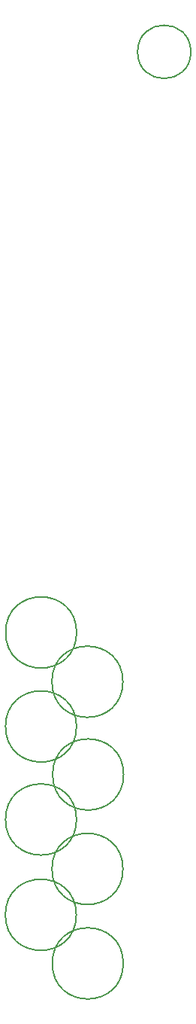
<source format=gbr>
%TF.GenerationSoftware,KiCad,Pcbnew,6.0.2+dfsg-1*%
%TF.CreationDate,2023-09-10T17:25:56+01:00*%
%TF.ProjectId,fr4panel,66723470-616e-4656-9c2e-6b696361645f,rev?*%
%TF.SameCoordinates,Original*%
%TF.FileFunction,Other,Comment*%
%FSLAX46Y46*%
G04 Gerber Fmt 4.6, Leading zero omitted, Abs format (unit mm)*
G04 Created by KiCad (PCBNEW 6.0.2+dfsg-1) date 2023-09-10 17:25:56*
%MOMM*%
%LPD*%
G01*
G04 APERTURE LIST*
%ADD10C,0.150000*%
G04 APERTURE END LIST*
D10*
%TO.C,REF\u002A\u002A*%
X151370000Y-137490000D02*
G75*
G03*
X151370000Y-137490000I-4000000J0D01*
G01*
X146100000Y-121310000D02*
G75*
G03*
X146100000Y-121310000I-4000000J0D01*
G01*
X146080000Y-132030000D02*
G75*
G03*
X146080000Y-132030000I-4000000J0D01*
G01*
X151340000Y-126870000D02*
G75*
G03*
X151340000Y-126870000I-4000000J0D01*
G01*
X146100000Y-110850000D02*
G75*
G03*
X146100000Y-110850000I-4000000J0D01*
G01*
X151410000Y-116250000D02*
G75*
G03*
X151410000Y-116250000I-4000000J0D01*
G01*
X151330000Y-105820000D02*
G75*
G03*
X151330000Y-105820000I-4000000J0D01*
G01*
X146110000Y-100280000D02*
G75*
G03*
X146110000Y-100280000I-4000000J0D01*
G01*
X158990000Y-34990000D02*
G75*
G03*
X158990000Y-34990000I-3000000J0D01*
G01*
%TD*%
M02*

</source>
